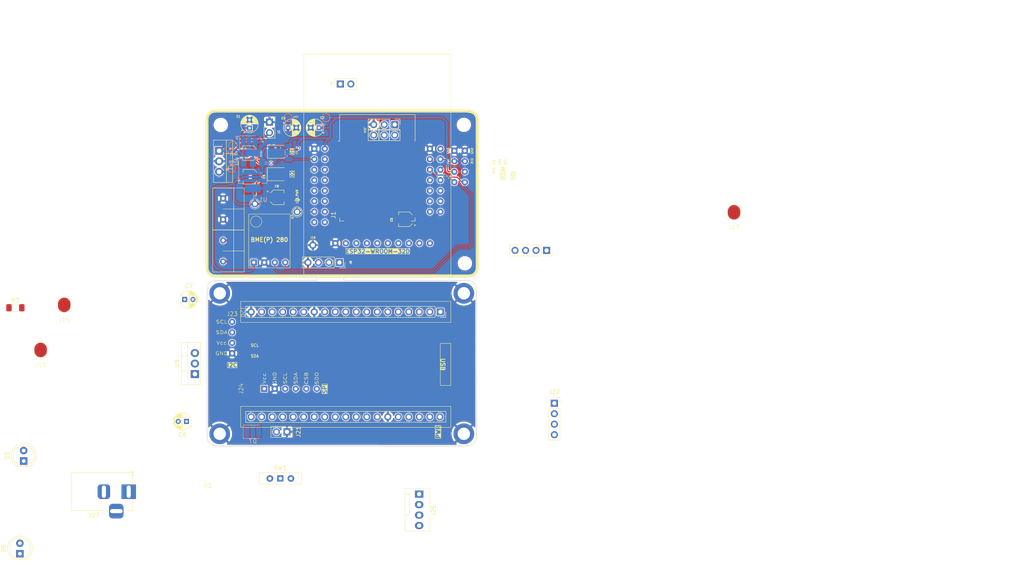
<source format=kicad_pcb>
(kicad_pcb (version 20240108) (generator "pcbnew") (generator_version "8.0")
  (layers (0 "F.Cu" signal) (31 "B.Cu" signal) (34 "B.Paste" user) (35 "F.Paste" user) (36 "B.SilkS" user "B.Silkscreen") (37 "F.SilkS" user "F.Silkscreen") (38 "B.Mask" user) (39 "F.Mask" user) (44 "Edge.Cuts" user))
  (net 0 "")
  (net 1 "GND")
  (net 2 "+3V3")
  (net 3 "+5V")
  (net 4 "/RXD")
  (net 5 "/TXD")
  (net 6 "/SDA")
  (net 7 "/GPIO_33")
  (net 8 "/SCL")
  (net 9 "/OUT3")
  (net 10 "/EN")
  (net 11 "/SOURCE2")
  (net 12 "/SOURCE1")
  (net 13 "/SOURCE3")
  (net 14 "/VDC")
  (net 15 "/DAC1")
  (net 16 "/DAC2")
  (net 17 "/GPIO39")
  (net 18 "/GPIO19")
  (net 19 "/GPIO17")
  (net 20 "/GPIO5")
  (net 21 "/GPIO18")
  (net 22 "/SD_DATA0")
  (net 23 "/ADC2_CH3")
  (net 24 "/SD_DATA3")
  (net 25 "/SD_CMD")
  (net 26 "/SD_CLK")
  (net 27 "/SD_DATA2")
  (net 28 "/SD_DATA1")
  (net 29 "/ADC2_CH0")
  (net 30 "/GPIO23")
  (net 31 "/GPIO36")
  (net 32 "/ADC2_CH2")
  (net 33 "/BOOT")
  (net 34 "/GPIO13")
  (net 35 "/SOURCE4")
  (net 36 "/SOURCE5")
  (net 37 "/SIPO_DATA")
  (net 38 "/SIPO_CLK")
  (net 39 "/SIPO_LATCH")
  (net 40 "/GPIO14")
  (net 41 "/OUT1")
  (net 42 "/VIN")
  (net 43 "Net-(D5-Pad1)")
  (net 44 "Net-(J15-Pin_1)")
  (net 45 "Net-(J19-Pin_1)")
  (net 46 "/OUT2")
  (net 58 "/ESP32-WROOM-32U Node/VIN")
  (net 63 "/ESP32-WROOM-32U Node/VDC")
  (net 74 "/ESP32-WROOM-32U Node/SPI-SDO")
  (net 75 "/ESP32-WROOM-32U Node/TX")
  (net 76 "Net-(J21-Pin_1)")
  (net 77 "/ESP32-WROOM-32U Node/SDA-2")
  (net 78 "/ESP32-WROOM-32U Node/SPI-CSB")
  (net 79 "/ESP32-WROOM-32U Node/SPI-SCL")
  (net 80 "/ESP32-WROOM-32U Node/3V3")
  (net 81 "/ESP32-WROOM-32U Node/SCL-2")
  (net 82 "/ESP32-WROOM-32U Node/RX")
  (net 83 "Net-(J21-Pin_2)")
  (net 85 "/ESP32-WROOM-32U Node/SPI-SDA")
  (net 87 "/ESP32-WROOM-32U Node/12V")
  (footprint "Capacitor_THT:CP_Radial_D4.0mm_P2.00mm" (layer "F.Cu") (at 107 44.2 180)
    (property "Reference" "C2")
    (property "Value" "1uF")
  )
  (footprint "LED_SMD:LED_1210_3225Metric_Pad1.42x2.65mm_HandSolder" (layer "F.Cu") (at 97 55.45)
    (property "Reference" "D2")
    (property "Value" "STATUS")
  )
  (footprint "Alexander Footprint Library:Board_65-40" (layer "F.Cu") (at 80 131.25)
    (property "Reference" "H3")
    (property "Value" "Project_Box_Board_65x40")
    (fp_line (start 0 -13) (end 0 -47) (stroke (width 0.05)) (layer "Edge.Cuts"))
    (fp_line (start 3 -50) (end 62 -50) (stroke (width 0.05)) (layer "Edge.Cuts"))
    (fp_line (start 62 -10) (end 3 -10) (stroke (width 0.05)) (layer "Edge.Cuts"))
    (fp_line (start 65 -47) (end 65 -13) (stroke (width 0.05)) (layer "Edge.Cuts"))
    (fp_arc (start 0 -47) (mid 0.87868 -49.12132) (end 3 -50) (stroke (width 0.05)) (layer "Edge.Cuts"))
    (fp_arc (start 3 -10) (mid 0.87868 -10.87868) (end 0 -13) (stroke (width 0.05)) (layer "Edge.Cuts"))
    (fp_arc (start 62 -50) (mid 64.12132 -49.12132) (end 65 -47) (stroke (width 0.05)) (layer "Edge.Cuts"))
    (fp_arc (start 65 -13) (mid 64.12132 -10.87868) (end 62 -10) (stroke (width 0.05)) (layer "Edge.Cuts"))
  )
  (footprint "Connector_BarrelJack:BarrelJack_Horizontal" (layer "F.Cu") (at 61 132.25)
    (property "Reference" "J27")
    (property "Value" "Power_Jack")
  )
  (footprint "Capacitor_SMD:CP_Elec_3x5.3" (layer "F.Cu") (at 90.3 50.35 180)
    (property "Reference" "C4")
    (property "Value" "0.1uF")
  )
  (footprint "Resistor_SMD:R_1206_3216Metric_Pad1.30x1.75mm_HandSolder" (layer "F.Cu") (at 33.612 87.7585)
    (property "Reference" "R7")
    (property "Value" "4K7")
  )
  (footprint "LED_THT:LED_D5.0mm" (layer "F.Cu") (at 34.7 147.25 90)
    (property "Reference" "D6")
    (property "Value" "LED_STATUS")
  )
  (footprint "Button_Switch_THT:SW_Slide-03_Wuerth-WS-SLTV_10x2.5x6.4_P2.54mm" (layer "F.Cu") (at 97.66 129.05)
    (property "Reference" "SW1")
    (property "Value" "SW_SPDT")
  )
  (footprint "Connector_PinSocket_2.54mm:PinSocket_1x04_P2.54mm_Vertical" (layer "F.Cu") (at 163.88 110.85)
    (property "Reference" "J22")
    (property "Value" "PWR_SATA_Conn_01x04")
  )
  (footprint "Alexander Footprint Library:Pad_1x01_P2.54_SMD" (layer "F.Cu") (at 39.712 102.098)
    (property "Reference" "J19")
    (property "Value" "LED_PWR")
  )
  (footprint "Alexanddr Footprints Library:ESP32-WROOM-Adapter-Socket-2" (layer "F.Cu") (at 121.1 56.9025)
    (property "Reference" "J1")
    (property "Value" "~")
  )
  (footprint "Alexander Footprint Library:Pad_1x01_P2.54_SMD" (layer "F.Cu") (at 45.412 91.198)
    (property "Reference" "J15")
    (property "Value" "LED_PWR")
  )
  (footprint "MountingHole:MountingHole_3mm" (layer "F.Cu") (at 142 43.5)
    (property "Reference" "H1" (hide yes))
    (property "Value" "MountingHole_Pad")
  )
  (footprint "Connector_PinSocket_2.54mm:PinSocket_1x02_P2.54mm_Vertical" (layer "F.Cu") (at 99.25 117.775 -90)
    (property "Reference" "J21")
    (property "Value" "PWR")
  )
  (footprint "MountingHole:MountingHole_3mm" (layer "F.Cu") (at 83.25 43.53)
    (property "Reference" "H2" (hide yes))
    (property "Value" "MountingHole_Pad")
  )
  (footprint "Alexander Footprints Library:Conn_Terminal_5mm" (layer "F.Cu") (at 83.82 53.69)
    (property "Reference" "J9" (hide yes))
    (property "Value" "Conn_01x02_Socket")
  )
  (footprint "Alexander Footprint Library:Pad_1x01_P2.54_SMD" (layer "F.Cu") (at 207.3 68.7895)
    (property "Reference" "J17")
    (property "Value" "GND")
  )
  (footprint "Capacitor_THT:CP_Radial_D4.0mm_P2.00mm" (layer "F.Cu") (at 74.527401 85.75)
    (property "Reference" "C7")
    (property "Value" "1uF")
  )
  (footprint "Connector:FanPinHeader_1x04_P2.54mm_Vertical" (layer "F.Cu") (at 131.2 132.83 -90)
    (property "Reference" "J25")
    (property "Value" "Conn_01x04_Pin")
  )
  (footprint "Capacitor_SMD:CP_Elec_3x5.3" (layer "F.Cu") (at 90.4 56.05 180)
    (property "Reference" "C9")
    (property "Value" "0.1uF")
  )
  (footprint "Alexander Footprint Library:PinSocket_1x01_P2.54" (layer "F.Cu") (at 91.5 65.19)
    (property "Reference" "J7")
    (property "Value" "LED_PWR")
  )
  (footprint "Alexander Footprint Library:Conn_SPI" (layer "F.Cu") (at 88.68 107.35 90)
    (property "Reference" "J24")
    (property "Value" "~")
  )
  (footprint "Connector_PinSocket_2.54mm:PinSocket_1x02_P2.54mm_Vertical" (layer "F.Cu") (at 95.025 42.85)
    (property "Reference" "J2")
    (property "Value" "PWR")
  )
  (footprint "Connector_PinSocket_2.54mm:PinSocket_1x04_P2.54mm_Vertical" (layer "F.Cu") (at 111.94 76.8 -90)
    (property "Reference" "J6")
    (property "Value" "SOURCE")
  )
  (footprint "Connector_PinSocket_2.54mm:PinSocket_1x04_P2.54mm_Vertical" (layer "F.Cu") (at 162 73.875 -90)
    (property "Reference" "J10" (hide yes))
    (property "Value" "ADC")
  )
  (footprint "Capacitor_SMD:CP_Elec_3x5.3" (layer "F.Cu") (at 128 66.35 180)
    (property "Reference" "C5")
    (property "Value" "0.1uF")
  )
  (footprint "Capacitor_THT:CP_Radial_D4.0mm_P2.00mm" (layer "F.Cu") (at 99.5 44.2)
    (property "Reference" "C3")
    (property "Value" "1uF")
  )
  (footprint "Alexander Footprint Library:Conn_ESP32_WROOM-DevKit-38pins" (layer "F.Cu") (at 88.06 88.75 -90)
    (property "Reference" "J20")
    (property "Value" "~")
  )
  (footprint "Capacitor_SMD:CP_Elec_3x5.3" (layer "F.Cu") (at 96.8 61.05)
    (property "Reference" "C8")
    (property "Value" "10uF")
  )
  (footprint "Alexander Footprint Library:LD1117" (layer "F.Cu") (at 77 103.79 90)
    (property "Reference" "U9")
    (property "Value" "L7805")
  )
  (footprint "Alexander Footprint Library:PinSocket_1x01_P2.54" (layer "F.Cu") (at 101.7 67.12)
    (property "Reference" "J18")
    (property "Value" "LED_PWR")
  )
  (footprint "Alexander Footprint Library:Conn_I2C" (layer "F.Cu") (at 86 106.41 180)
    (property "Reference" "J23")
    (property "Value" "I2C")
  )
  (footprint "Capacitor_THT:CP_Radial_D4.0mm_P2.00mm" (layer "F.Cu") (at 74.9726 115.25 180)
    (property "Reference" "C6")
    (property "Value" "1uF")
  )
  (footprint "Connector_PinSocket_2.54mm:PinSocket_1x02_P2.54mm_Vertical" (layer "F.Cu") (at 112.15 33.625 90)
    (property "Reference" "J5")
    (property "Value" "DAC")
  )
  (footprint "Alexander Footprint Library:CONN_2x3" (layer "F.Cu") (at 130.38 43.45 -90)
    (property "Reference" "J14")
    (property "Value" "GPIO")
  )
  (footprint "Alexander Footprints Library:Conn_UART" (layer "F.Cu") (at 139.7 42.15)
    (property "Reference" "J3" (hide yes))
    (property "Value" "UART")
  )
  (footprint "Alexander Footprint Library:PinSocket_1x01_P2.54" (layer "F.Cu") (at 105.5 75.19)
    (property "Reference" "J16")
    (property "Value" "GND")
  )
  (footprint "Capacitor_THT:CP_Radial_D4.0mm_P2.00mm" (layer "F.Cu") (at 90.2 44.3 90)
    (property "Reference" "C1")
    (property "Value" "1uF")
  )
  (footprint "Alexander Footprint Library:BME280_BMP280_I2C" (layer "F.Cu") (at 90 78.1 90)
    (property "Reference" "U7")
    (property "Value" "BME(P)280")
  )
  (footprint "Alexander Footprint Library:LD1117" (layer "F.Cu") (at 82.855 49.77 -90)
    (property "Reference" "U4")
    (property "Value" "L7805")
  )
  (footprint "Alexander Footprints Library:Conn_I2C" (layer "F.Cu") (at 142.24 42.15)
    (property "Reference" "J4" (hide yes))
    (property "Value" "I2C")
  )
  (footprint "LED_THT:LED_D5.0mm" (layer "F.Cu") (at 35.612 124.8335 90)
    (property "Reference" "D5")
    (property "Value" "LED_PWR")
  )
  (footprint "LED_SMD:LED_1210_3225Metric_Pad1.42x2.65mm_HandSolder" (layer "F.Cu") (at 97 50)
    (property "Reference" "D1")
    (property "Value" "PWR")
  )
  (footprint "MountingHole:MountingHole_3mm" (layer "F.Cu") (at 142.25 77)
    (property "Reference" "H4" (hide yes))
    (property "Value" "MountingHole_Pad")
  )
  (footprint "Alexander Footprints Library:Conn_Terminal_5mm" (layer "F.Cu") (at 83.82 63.85)
    (property "Reference" "J8" (hide yes))
    (property "Value" "Conn_01x02_Socket")
  )
  (footprint "TestPoint:TestPoint_Pad_D1.5mm" (layer "B.Cu") (at 99.5 41.75 180)
    (property "Reference" "TP4")
    (property "Value" "5V")
  )
  (footprint "TestPoint:TestPoint_Pad_D1.5mm" (layer "B.Cu") (at 108.7 41.75 180)
    (property "Reference" "TP3")
    (property "Value" "3V3")
  )
  (footprint "Diode_SMD:D_1210_3225Metric" (layer "B.Cu") (at 91 117.75)
    (property "Reference" "D7")
    (property "Value" "D")
  )
  (footprint "Resistor_SMD:R_1206_3216Metric_Pad1.30x1.75mm_HandSolder" (layer "B.Cu") (at 99.7 50.25 -90)
    (property "Reference" "R1")
    (property "Value" "10K")
  )
  (footprint "Diode_SMD:D_1210_3225Metric" (layer "B.Cu") (at 90.1 47.75)
    (property "Reference" "D4")
    (property "Value" "D")
  )
  (footprint "TestPoint:TestPoint_Pad_D1.5mm" (layer "B.Cu") (at 86.2 48.45 180)
    (property "Reference" "TP1")
    (property "Value" "VIN")
  )
  (footprint "TestPoint:TestPoint_Pad_D1.5mm" (layer "B.Cu") (at 85.9 54.15 180)
    (property "Reference" "TP2")
    (property "Value" "GND")
  )
  (footprint "Package_TO_SOT_SMD:SOT-223-3_TabPin2" (layer "B.Cu") (at 91 55.75 -90)
    (property "Reference" "U1")
    (property "Value" "AMS1117-3V3")
  )
  (gr_line (start 145.25 42.11421) (end 145.25 78.085782) (stroke (width 0.75)) (layer "F.SilkS"))
  (gr_line (start 81.914218 40.164218) (end 143.08579 40.164218) (stroke (width 0.75)) (layer "F.SilkS"))
  (gr_arc (start 145.25 78.085782) (mid 144.66422 79.500007) (end 143.25 80.085782) (stroke (width 0.75)) (layer "F.SilkS"))
  (gr_line (start 79.914218 42.11421) (end 79.914218 78.085782) (stroke (width 0.75)) (layer "F.SilkS"))
  (gr_arc (start 81.914218 80.085782) (mid 80.499999 79.500001) (end 79.914218 78.085782) (stroke (width 0.75)) (layer "F.SilkS"))
  (gr_arc (start 143.25 40.25) (mid 144.664214 40.835786) (end 145.25 42.25) (stroke (width 0.75)) (layer "F.SilkS"))
  (gr_arc (start 79.914218 42.164218) (mid 80.499999 40.749999) (end 81.914218 40.164218) (stroke (width 0.75)) (layer "F.SilkS"))
  (gr_line (start 81.914214 80.085782) (end 143.085786 80.085782) (stroke (width 0.75)) (layer "F.SilkS"))
  (gr_line (start 82.014214 80.235786) (end 106.4 80.25) (stroke (width 0.1)) (layer "Edge.Cuts"))
  (gr_line (start 80 42.25) (end 80.014214 78.235786) (stroke (width 0.1)) (layer "Edge.Cuts"))
  (gr_arc (start 79.921321 83.157107) (mid 80.507106 81.742896) (end 81.921321 81.157107) (stroke (width 0.1)) (layer "Edge.Cuts"))
  (gr_line (start 81.921321 121.128679) (end 143.107107 121.142893) (stroke (width 0.1)) (layer "Edge.Cuts"))
  (gr_arc (start 81.921321 121.128679) (mid 80.507101 120.542899) (end 79.921321 119.128679) (stroke (width 0.1)) (layer "Edge.Cuts"))
  (gr_line (start 143.092893 81.157107) (end 113 81.15) (stroke (width 0.1)) (layer "Edge.Cuts"))
  (gr_arc (start 145.107107 119.142893) (mid 144.521321 120.557107) (end 143.107107 121.142893) (stroke (width 0.1)) (layer "Edge.Cuts"))
  (gr_line (start 106.4 81.15) (end 81.921321 81.157107) (stroke (width 0.1)) (layer "Edge.Cuts"))
  (gr_arc (start 143.185786 40.264214) (mid 144.600004 40.849996) (end 145.185786 42.264214) (stroke (width 0.1)) (layer "Edge.Cuts"))
  (gr_line (start 113 80.25) (end 143.185786 80.235786) (stroke (width 0.1)) (layer "Edge.Cuts"))
  (gr_arc (start 82.014214 80.235786) (mid 80.599996 79.650004) (end 80.014214 78.235786) (stroke (width 0.1)) (layer "Edge.Cuts"))
  (gr_line (start 145.185786 42.264214) (end 145.185786 78.235786) (stroke (width 0.1)) (layer "Edge.Cuts"))
  (gr_arc (start 80 42.25) (mid 80.585786 40.835786) (end 82 40.25) (stroke (width 0.1)) (layer "Edge.Cuts"))
  (gr_line (start 145.107107 119.142893) (end 145.092893 83.157107) (stroke (width 0.1)) (layer "Edge.Cuts"))
  (gr_line (start 79.921321 119.128679) (end 79.921321 83.157107) (stroke (width 0.1)) (layer "Edge.Cuts"))
  (gr_line (start 106.4 81.15) (end 106.4 80.25) (stroke (width 0.1)) (layer "Edge.Cuts"))
  (gr_arc (start 145.185786 78.235786) (mid 144.600004 79.650004) (end 143.185786 80.235786) (stroke (width 0.1)) (layer "Edge.Cuts"))
  (gr_arc (start 143.092893 81.157107) (mid 144.507112 81.742888) (end 145.092893 83.157107) (stroke (width 0.1)) (layer "Edge.Cuts"))
  (gr_line (start 113 81.15) (end 113 80.25) (stroke (width 0.1)) (layer "Edge.Cuts"))
  (gr_line (start 143.185786 40.264214) (end 82 40.25) (stroke (width 0.1)) (layer "Edge.Cuts"))
  (gr_text "SCL" (at 90.4 96.85 0) (layer "F.SilkS") (effects (font (size 0.7 0.7) (thickness 0.125) (bold yes)) (justify left)))
  (gr_text "SDA" (at 90.4 99.45 0) (layer "F.SilkS") (effects (font (size 0.7 0.7) (thickness 0.125) (bold yes)) (justify left)))
  (gr_text "PWR" (at 136.4 119.55 90) (layer "F.SilkS" knockout) (effects (font (size 1 1) (thickness 0.25) (bold yes)) (justify left bottom)))
  (segment (start 84.21 66) (end 83.82 66.39) (width 0.5) (layer "F.Cu") (net 1))
  (segment (start 95.5 54.8625) (end 95.5125 54.85) (width 0.25) (layer "F.Cu") (net 1))
  (segment (start 95.5 55.4625) (end 95.5125 55.45) (width 0.25) (layer "F.Cu") (net 1))
  (segment (start 91.5 59.65) (end 91.9 59.25) (width 0.5) (layer "F.Cu") (net 2))
  (segment (start 101.15 50) (end 102 49.15) (width 0.5) (layer "F.Cu") (net 2))
  (segment (start 94.63 62.62) (end 91.5 62.62) (width 0.5) (layer "F.Cu") (net 2))
  (segment (start 91.9 59.25) (end 91.9 56.05) (width 0.5) (layer "F.Cu") (net 2))
  (segment (start 98.4875 50) (end 101.15 50) (width 0.5) (layer "F.Cu") (net 2))
  (segment (start 95.3 61.05) (end 95.3 61.95) (width 0.5) (layer "F.Cu") (net 2))
  (segment (start 95.3 61.95) (end 94.63 62.62) (width 0.5) (layer "F.Cu") (net 2))
  (segment (start 91.5 62.62) (end 91.5 59.65) (width 0.5) (layer "F.Cu") (net 2))
  (via (at 102 49.15) (size 0.8) (drill 0.4) (layers "F.Cu" "B.Cu") (net 2))
  (segment (start 96.075 48.7) (end 97.525 48.7) (width 0.5) (layer "B.Cu") (net 2))
  (segment (start 108.4 49.2825) (end 108.4 47.85) (width 0.5) (layer "B.Cu") (net 2))
  (segment (start 109.408578 44.2) (end 107 44.2) (width 0.5) (layer "B.Cu") (net 2))
  (segment (start 109.5 46.75) (end 109.75 46.5) (width 0.5) (layer "B.Cu") (net 2))
  (segment (start 81.3 75.997918) (end 81.3 59.75104) (width 0.5) (layer "B.Cu") (net 2))
  (segment (start 93.3 54.905025) (end 93.3 52.6) (width 0.5) (layer "B.Cu") (net 2))
  (segment (start 100 48.7) (end 100 48.03033) (width 0.5) (layer "B.Cu") (net 2))
  (segment (start 137.9 51.55) (end 138.66 52.31) (width 0.5) (layer "B.Cu") (net 2))
  (segment (start 84.202081 78.9) (end 89.990883 78.9) (width 0.5) (layer "B.Cu") (net 2))
  (segment (start 109.75 45) (end 109.75 44.141421) (width 0.5) (layer "B.Cu") (net 2))
  (segment (start 103 46.75) (end 101.28033 46.75) (width 0.5) (layer "B.Cu") (net 2))
  (segment (start 109.75 43.858578) (end 109.75 44.141421) (width 0.5) (layer "B.Cu") (net 2))
  (segment (start 138.66 52.31) (end 139.7 52.31) (width 0.5) (layer "B.Cu") (net 2))
  (segment (start 139.7 52.31) (end 142.24 52.31) (width 0.5) (layer "B.Cu") (net 2))
  (segment (start 129.1 41.75) (end 136.8 41.75) (width 0.5) (layer "B.Cu") (net 2))
  (segment (start 112.31066 41.75) (end 129.1 41.75) (width 0.5) (layer "B.Cu") (net 2))
  (segment (start 88.207106 62.75) (end 91.5 62.75) (width 0.5) (layer "B.Cu") (net 2))
  (segment (start 86.5 61.042893) (end 86.5 57.5) (width 0.5) (layer "B.Cu") (net 2))
  (segment (start 103 46.75) (end 109.5 46.75) (width 0.5) (layer "B.Cu") (net 2))
  (segment (start 137.9 42.85) (end 137.9 51.55) (width 0.5) (layer "B.Cu") (net 2))
  (segment (start 91.22 77.670883) (end 91.22 76.8) (width 0.5) (layer "B.Cu") (net 2))
  (segment (start 89.455634 56.1) (end 92.105025 56.1) (width 0.5) (layer "B.Cu") (net 2))
  (segment (start 96.075 48.7) (end 95.177817 48.7) (width 0.5) (layer "B.Cu") (net 2))
  (segment (start 136.8 41.75) (end 137.9 42.85) (width 0.5) (layer "B.Cu") (net 2))
  (segment (start 108.4 47.85) (end 109.75 46.5) (width 0.5) (layer "B.Cu") (net 2))
  (segment (start 109.75 46.5) (end 109.75 45) (width 0.5) (layer "B.Cu") (net 2))
  (segment (start 110.015165 42.984834) (end 110.5 42.5) (width 0.5) (layer "B.Cu") (net 2))
  (segment (start 102 47.75) (end 103 46.75) (width 0.5) (layer "B.Cu") (net 2))
  (segment (start 109.75 43.858578) (end 109.75 43.625) (width 0.5) (layer "B.Cu") (net 2))
  (segment (start 93.3 52.6) (end 93.3 50.577817) (width 0.5) (layer "B.Cu") (net 2))
  (segment (start 82.75104 58.3) (end 84.144365 58.3) (width 0.5) (layer "B.Cu") (net 2))
  (segment (start 102 49.15) (end 102 47.75) (width 0.5) (layer "B.Cu") (net 2))
  (segment (start 129.3 41.75) (end 129.1 41.75) (width 0.5) (layer "B.Cu") (net 2))
  (segment (start 108.7 41.75) (end 112.31066 41.75) (width 0.5) (layer "B.Cu") (net 2))
  (segment (start 100 48.7) (end 97.525 48.7) (width 0.5) (layer "B.Cu") (net 2))
  (arc (start 93.3 54.905025) (mid 93.209037 55.362322) (end 92.95 55.75) (width 0.5) (layer "B.Cu") (net 2))
  (arc (start 86.8 57.2) (mid 85.581584 58.014119) (end 84.144365 58.3) (width 0.5) (layer "B.Cu") (net 2))
  (arc (start 89.455634 56.1) (mid 88.018415 56.38588) (end 86.8 57.2) (width 0.5) (layer "B.Cu") (net 2))
  (arc (start 86.5 61.042893) (mid 86.629945 61.696174) (end 87 62.25) (width 0.5) (layer "B.Cu") (net 2))
  (arc (start 82.75104 58.3) (mid 82.195751 58.410453) (end 81.725 58.725) (width 0.5) (layer "B.Cu") (net 2))
  (arc (start 92.95 55.75) (mid 92.562322 56.009037) (end 92.105025 56.1) (width 0.5) (layer "B.Cu") (net 2))
  (arc (start 109.75 43.625) (mid 109.818914 43.278544) (end 110.015165 42.984834) (width 0.5) (layer "B.Cu") (net 2))
  (arc (start 95.177817 48.7) (mid 94.459207 48.84294) (end 93.85 49.25) (width 0.5) (layer "B.Cu") (net 2))
  (arc (start 82.15 78.05) (mid 83.091502 78.679092) (end 84.202081 78.9) (width 0.5) (layer "B.Cu") (net 2))
  (arc (start 109.75 44.141421) (mid 109.713838 44.087301) (end 109.65 44.1) (width 0.5) (layer "B.Cu") (net 2))
  (arc (start 93.85 49.25) (mid 93.44294 49.859207) (end 93.3 50.577817) (width 0.5) (layer "B.Cu") (net 2))
  (arc (start 90.86 78.54) (mid 90.461245 78.806439) (end 89.990883 78.9) (width 0.5) (layer "B.Cu") (net 2))
  (arc (start 109.65 44.1) (mid 109.539234 44.17401) (end 109.408578 44.2) (width 0.5) (layer "B.Cu") (net 2))
  (arc (start 87 62.25) (mid 87.553825 62.620054) (end 88.207106 62.75) (width 0.5) (layer "B.Cu") (net 2))
  (arc (start 81.725 58.725) (mid 81.410453 59.195751) (end 81.3 59.75104) (width 0.5) (layer "B.Cu") (net 2))
  (arc (start 101.28033 46.75) (mid 100.790368 46.847459) (end 100.375 47.125) (width 0.5) (layer "B.Cu") (net 2))
  (arc (start 91.22 77.670883) (mid 91.126439 78.141245) (end 90.86 78.54) (width 0.5) (layer "B.Cu") (net 2))
  (arc (start 110.5 42.5) (mid 111.330737 41.944918) (end 112.31066 41.75) (width 0.5) (layer "B.Cu") (net 2))
  (arc (start 109.65 44.1) (mid 109.72401 43.989234) (end 109.75 43.858578) (width 0.5) (layer "B.Cu") (net 2))
  (arc (start 100.375 47.125) (mid 100.097459 47.540368) (end 100 48.03033) (width 0.5) (layer "B.Cu") (net 2))
  (arc (start 81.3 75.997918) (mid 81.520907 77.108496) (end 82.15 78.05) (width 0.5) (layer "B.Cu") (net 2))
  (segment (start 99.5 45.693413) (end 99.5 44.2) (width 0.5) (layer "F.Cu") (net 3))
  (segment (start 98.6375 46.9625) (end 99.2125 46.3875) (width 0.5) (layer "F.Cu") (net 3))
  (segment (start 88.1 47.25) (end 97.943413 47.25) (width 0.5) (layer "F.Cu") (net 3))
  (segment (start 84.9 54.85) (end 85.4 54.35) (width 0.5) (layer "F.Cu") (net 3))
  (segment (start 85.4 54.35) (end 85.4 49.95) (width 0.5) (layer "F.Cu") (net 3))
  (segment (start 82.855 54.85) (end 84.9 54.85) (width 0.5) (layer "F.Cu") (net 3))
  (segment (start 85.4 49.95) (end 88.1 47.25) (width 0.5) (layer "F.Cu") (net 3))
  (arc (start 97.943413 47.25) (mid 98.31905 47.175281) (end 98.6375 46.9625) (width 0.5) (layer "F.Cu") (net 3))
  (arc (start 99.5 45.693413) (mid 99.425281 46.06905) (end 99.2125 46.3875) (width 0.5) (layer "F.Cu") (net 3))
  (segment (start 99.5 42.25) (end 99.5 44.2) (width 0.25) (layer "B.Cu") (net 3))
  (segment (start 139.7 57.35) (end 139.7 57.39) (width 0.25) (layer "F.Cu") (net 4))
  (segment (start 140.3 57.45) (end 139.3 57.45) (width 0.25) (layer "F.Cu") (net 4))
  (segment (start 139.04 57.39) (end 139.7 57.39) (width 0.25) (layer "F.Cu") (net 4))
  (segment (start 137.96 55.65) (end 139.7 57.39) (width 0.25) (layer "B.Cu") (net 4))
  (segment (start 133.8 54.3625) (end 135.0875 55.65) (width 0.25) (layer "B.Cu") (net 4))
  (segment (start 135.0875 55.65) (end 137.96 55.65) (width 0.25) (layer "B.Cu") (net 4))
  (segment (start 138 52.25) (end 137.5725 51.8225) (width 0.25) (layer "F.Cu") (net 5))
  (segment (start 139.7 54.85) (end 138.3 54.85) (width 0.25) (layer "F.Cu") (net 5))
  (segment (start 137.5725 51.8225) (end 136.34 51.8225) (width 0.25) (layer "F.Cu") (net 5))
  (segment (start 138 54.55) (end 138 52.25) (width 0.25) (layer "F.Cu") (net 5))
  (segment (start 138.3 54.85) (end 138 54.55) (width 0.25) (layer "F.Cu") (net 5))
  (segment (start 139.7 54.85) (end 139.5 54.85) (width 0.25) (layer "F.Cu") (net 5))
  (segment (start 142.24 54.85) (end 142.24 55.51) (width 0.25) (layer "F.Cu") (net 6))
  (segment (start 98.84 76.8) (end 98.84 78.09) (width 0.25) (layer "B.Cu") (net 6))
  (segment (start 141 57.95) (end 141 56.09) (width 0.25) (layer "B.Cu") (net 6))
  (segment (start 140.990501 53.600501) (end 142.24 54.85) (width 0.25) (layer "B.Cu") (net 6))
  (segment (start 136.34 54.3625) (end 137.101999 53.600501) (width 0.25) (layer "B.Cu") (net 6))
  (segment (start 143.281802 72.781802) (end 143.55 72.513604) (width 0.25) (layer "B.Cu") (net 6))
  (segment (start 99.4 78.65) (end 130.7 78.65) (width 0.25) (layer "B.Cu") (net 6))
  (segment (start 130.7 78.65) (end 134.55 78.65) (width 0.25) (layer "B.Cu") (net 6))
  (segment (start 143.55 72.513604) (end 143.55 60.5) (width 0.25) (layer "B.Cu") (net 6))
  (segment (start 143.55 60.5) (end 141 57.95) (width 0.25) (layer "B.Cu") (net 6))
  (segment (start 140.418198 72.781802) (end 143.281802 72.781802) (width 0.25) (layer "B.Cu") (net 6))
  (segment (start 98.84 78.09) (end 99.4 78.65) (width 0.25) (layer "B.Cu") (net 6))
  (segment (start 141 56.09) (end 142.24 54.85) (width 0.25) (layer "B.Cu") (net 6))
  (segment (start 137.101999 53.600501) (end 140.990501 53.600501) (width 0.25) (layer "B.Cu") (net 6))
  (segment (start 134.55 78.65) (end 140.418198 72.781802) (width 0.25) (layer "B.Cu") (net 6))
  (segment (start 135.1 55.15) (end 135.6 55.65) (width 0.25) (layer "F.Cu") (net 8))
  (segment (start 133.8 51.8225) (end 135.1 53.1225) (width 0.25) (layer "F.Cu") (net 8))
  (segment (start 141.603604 57.39) (end 142.24 57.39) (width 0.25) (layer "F.Cu") (net 8))
  (segment (start 137.3 55.65) (end 137.8 56.15) (width 0.25) (layer "F.Cu") (net 8))
  (segment (start 135.1 53.1225) (end 135.1 55.15) (width 0.25) (layer "F.Cu") (net 8))
  (segment (start 135.6 55.65) (end 137.3 55.65) (width 0.25) (layer "F.Cu") (net 8))
  (segment (start 140.363604 56.15) (end 141.603604 57.39) (width 0.25) (layer "F.Cu") (net 8))
  (segment (start 137.8 56.15) (end 140.363604 56.15) (width 0.25) (layer "F.Cu") (net 8))
  (segment (start 142.24 58.553604) (end 142.24 57.39) (width 0.25) (layer "B.Cu") (net 8))
  (segment (start 144 72.7) (end 144 60.313604) (width 0.25) (layer "B.Cu") (net 8))
  (segment (start 134.8 79.1) (end 140.6 73.3) (width 0.25) (layer "B.Cu") (net 8))
  (segment (start 140.6 73.3) (end 143.4 73.3) (width 0.25) (layer "B.Cu") (net 8))
  (segment (start 96.3 76.8) (end 96.3 78.45) (width 0.25) (layer "B.Cu") (net 8))
  (segment (start 143.4 73.3) (end 144 72.7) (width 0.25) (layer "B.Cu") (net 8))
  (segment (start 96.3 78.45) (end 96.95 79.1) (width 0.25) (layer "B.Cu") (net 8))
  (segment (start 144 60.313604) (end 142.24 58.553604) (width 0.25) (layer "B.Cu") (net 8))
  (segment (start 96.95 79.1) (end 134.8 79.1) (width 0.25) (layer "B.Cu") (net 8))
  (segment (start 92.3 52.75) (end 91.8 52.25) (width 0.25) (layer "F.Cu") (net 10))
  (segment (start 91.8 52.25) (end 91.8 50.35) (width 0.25) (layer "F.Cu") (net 10))
  (segment (start 95.4 52.75) (end 92.3 52.75) (width 0.25) (layer "F.Cu") (net 10))
  (via (at 95.4 52.75) (size 0.8) (drill 0.4) (layers "F.Cu" "B.Cu") (net 10))
  (segment (start 95.4 52.75) (end 96.7 52.75) (width 0.25) (layer "B.Cu") (net 10))
  (segment (start 101.4 51.8) (end 101.45 51.8) (width 0.25) (layer "B.Cu") (net 10))
  (segment (start 105.86 51.8225) (end 101.4225 51.8225) (width 0.25) (layer "B.Cu") (net 10))
  (segment (start 99.7 51.8) (end 101.4 51.8) (width 0.25) (layer "B.Cu") (net 10))
  (segment (start 97.65 51.8) (end 99.7 51.8) (width 0.25) (layer "B.Cu") (net 10))
  (segment (start 101.4225 51.8225) (end 101.4 51.8) (width 0.25) (layer "B.Cu") (net 10))
  (segment (start 96.7 52.75) (end 97.65 51.8) (width 0.25) (layer "B.Cu") (net 10))
  (segment (start 86.37 71.47) (end 88 73.1) (width 0.5) (layer "F.Cu") (net 11))
  (segment (start 88 73.1) (end 99 73.1) (width 0.5) (layer "F.Cu") (net 11))
  (segment (start 83.82 71.47) (end 86.37 71.47) (width 0.5) (layer "F.Cu") (net 11))
  (segment (start 86.275 76.55) (end 88.075 74.75) (width 0.5) (layer "F.Cu") (net 12))
  (segment (start 83.82 76.55) (end 86.275 76.55) (width 0.5) (layer "F.Cu") (net 12))
  (segment (start 88.075 74.75) (end 99.75 74.75) (width 0.5) (layer "F.Cu") (net 12))
  (segment (start 95.025 45.425) (end 92.7 47.75) (width 0.5) (layer "B.Cu") (net 14))
  (segment (start 92.7 47.75) (end 91.5 47.75) (width 0.5) (layer "B.Cu") (net 14))
  (segment (start 95.025 45.39) (end 95.025 45.425) (width 0.5) (layer "B.Cu") (net 14))
  (segment (start 129.5 66.35) (end 134.5125 66.35) (width 0.25) (layer "F.Cu") (net 33))
  (segment (start 134.5125 66.35) (end 136.34 64.5225) (width 0.25) (layer "F.Cu") (net 33))
  (segment (start 101.7 56.05) (end 101.1 55.45) (width 0.25) (layer "F.Cu") (net 40))
  (segment (start 101.7 64.55) (end 105.8325 64.55) (width 0.25) (layer "F.Cu") (net 40))
  (segment (start 105.8325 64.55) (end 105.86 64.5225) (width 0.25) (layer "F.Cu") (net 40))
  (segment (start 101.1 55.45) (end 98.4875 55.45) (width 0.25) (layer "F.Cu") (net 40))
  (segment (start 101.7 64.55) (end 101.7 56.05) (width 0.25) (layer "F.Cu") (net 40))
  (segment (start 82.98 49.77) (end 82.855 49.77) (width 0.5) (layer "F.Cu") (net 42))
  (segment (start 90.2 44.3) (end 88.45 44.3) (width 0.5) (layer "F.Cu") (net 42))
  (segment (start 88.45 44.3) (end 82.98 49.77) (width 0.5) (layer "F.Cu") (net 42))
  (segment (start 88.7 50.546446) (end 88.7 51.253553) (width 0.5) (layer "B.Cu") (net 42))
  (segment (start 88.7 45.153553) (end 88.7 47.4) (width 0.5) (layer "B.Cu") (net 42))
  (segment (start 86.2 49.11) (end 86.2 48.45) (width 0.25) (layer "B.Cu") (net 42))
  (segment (start 88.45 50.65) (end 88.2 50.4) (width 0.5) (layer "B.Cu") (net 42))
  (segment (start 88.7 50.546446) (end 88.7 47.4) (width 0.5) (layer "B.Cu") (net 42))
  (segment (start 88.45 50.65) (end 88.054368 50.254368) (width 0.5) (layer "B.Cu") (net 42))
  (segment (start 89.553553 44.3) (end 90.2 44.3) (width 0.5) (layer "B.Cu") (net 42))
  (segment (start 88.7 51.253553) (end 88.7 52.6) (width 0.5) (layer "B.Cu") (net 42))
  (segment (start 86.86 49.77) (end 85.54 49.77) (width 0.5) (layer "B.Cu") (net 42))
  (segment (start 86.885 49.77) (end 86.86 49.77) (width 0.5) (layer "B.Cu") (net 42))
  (segment (start 85.54 49.77) (end 82.855 49.77) (width 0.5) (layer "B.Cu") (net 42))
  (arc (start 89.553553 44.3) (mid 89.226912 44.364972) (end 88.95 44.55) (width 0.5) (layer "B.Cu") (net 42))
  (arc (start 86.2 49.11) (mid 86.393309 49.57669) (end 86.86 49.77) (width 0.25) (layer "B.Cu") (net 42))
  (arc (start 88.7 51.253553) (mid 88.635027 50.926912) (end 88.45 50.65) (width 0.5) (layer "B.Cu") (net 42))
  (arc (start 88.45 50.65) (mid 88.45 50.65) (end 88.45 50.65) (width 0.5) (layer "B.Cu") (net 42))
  (arc (start 88.45 50.65) (mid 88.609596 50.681745) (end 88.7 50.546446) (width 0.5) (layer "B.Cu") (net 42))
  (arc (start 88.054368 50.254368) (mid 87.517857 49.895883) (end 86.885 49.77) (width 0.5) (layer "B.Cu") (net 42))
  (arc (start 88.95 44.55) (mid 88.764972 44.826912) (end 88.7 45.153553) (width 0.5) (layer "B.Cu") (net 42))
  (segment (start 92.425 117.775) (end 92.4 117.75) (width 0.5) (layer "B.Cu") (net 63))
  (zone (net 1) (net_name "GND") (layer "F.Cu") (priority 1) (connect_pads (clearance 0)) (min_thickness 0.25) (fill yes (thermal_gap 0.5) (thermal_bridge_width 0.5))
    (polygon (pts (xy 80 40.25) (xy 80.3 80.35) (xy 145.55 80.35) (xy 145.25 40.25)))
  )
  (zone (net 1) (net_name "GND") (layer "F.Cu") (priority 2) (connect_pads (clearance 0)) (min_thickness 0.25) (fill yes (thermal_gap 0.5) (thermal_bridge_width 0.5))
    (polygon (pts (xy 79.8 121.45) (xy 145.7 121.45) (xy 145.2 80.95) (xy 79.5 80.95)))
  )
  (zone (net 1) (net_name "GND") (layer "B.Cu") (connect_pads (clearance 0)) (min_thickness 0.25) (fill yes (thermal_gap 0.5) (thermal_bridge_width 0.5))
    (polygon (pts (xy 80 40.25) (xy 145.2 40.25) (xy 145.4 80.45) (xy 80.2 80.45)))
  )
  (zone (net 1) (net_name "GND") (layer "B.Cu") (priority 3) (connect_pads (clearance 0)) (min_thickness 0.25) (fill yes (thermal_gap 0.5) (thermal_bridge_width 0.5))
    (polygon (pts (xy 145.6 121.45) (xy 145.2 80.95) (xy 79.5 80.95) (xy 79.7 121.45)))
  )
)
</source>
